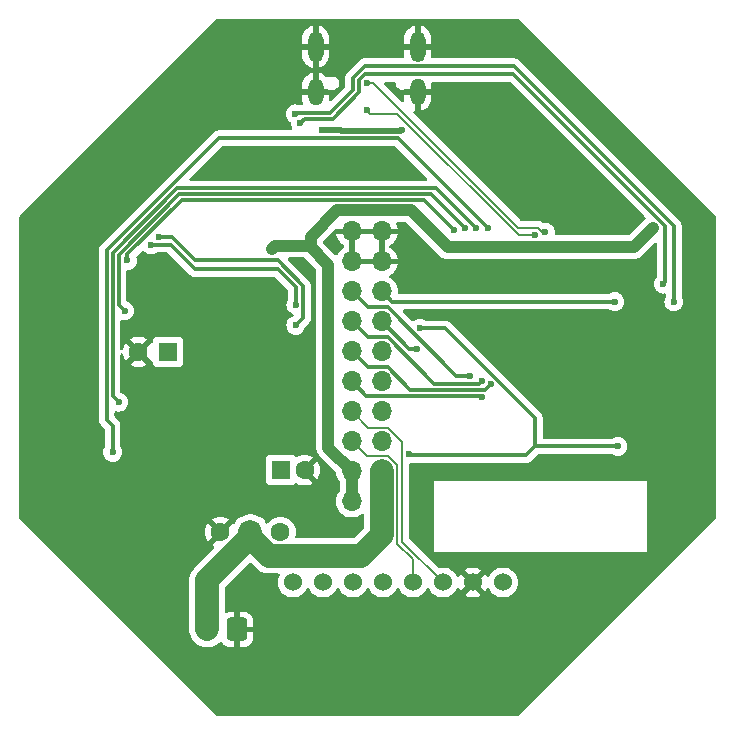
<source format=gbr>
%TF.GenerationSoftware,KiCad,Pcbnew,8.0.1*%
%TF.CreationDate,2024-04-19T02:29:26-07:00*%
%TF.ProjectId,ESP32C3_Upper,45535033-3243-4335-9f55-707065722e6b,rev?*%
%TF.SameCoordinates,Original*%
%TF.FileFunction,Copper,L2,Bot*%
%TF.FilePolarity,Positive*%
%FSLAX46Y46*%
G04 Gerber Fmt 4.6, Leading zero omitted, Abs format (unit mm)*
G04 Created by KiCad (PCBNEW 8.0.1) date 2024-04-19 02:29:26*
%MOMM*%
%LPD*%
G01*
G04 APERTURE LIST*
G04 Aperture macros list*
%AMRoundRect*
0 Rectangle with rounded corners*
0 $1 Rounding radius*
0 $2 $3 $4 $5 $6 $7 $8 $9 X,Y pos of 4 corners*
0 Add a 4 corners polygon primitive as box body*
4,1,4,$2,$3,$4,$5,$6,$7,$8,$9,$2,$3,0*
0 Add four circle primitives for the rounded corners*
1,1,$1+$1,$2,$3*
1,1,$1+$1,$4,$5*
1,1,$1+$1,$6,$7*
1,1,$1+$1,$8,$9*
0 Add four rect primitives between the rounded corners*
20,1,$1+$1,$2,$3,$4,$5,0*
20,1,$1+$1,$4,$5,$6,$7,0*
20,1,$1+$1,$6,$7,$8,$9,0*
20,1,$1+$1,$8,$9,$2,$3,0*%
G04 Aperture macros list end*
%TA.AperFunction,ComponentPad*%
%ADD10C,1.524000*%
%TD*%
%TA.AperFunction,ComponentPad*%
%ADD11R,1.700000X1.700000*%
%TD*%
%TA.AperFunction,ComponentPad*%
%ADD12O,1.700000X1.700000*%
%TD*%
%TA.AperFunction,ComponentPad*%
%ADD13R,1.600000X1.600000*%
%TD*%
%TA.AperFunction,ComponentPad*%
%ADD14C,1.600000*%
%TD*%
%TA.AperFunction,ComponentPad*%
%ADD15O,1.300000X2.300000*%
%TD*%
%TA.AperFunction,ComponentPad*%
%ADD16O,1.300000X2.600000*%
%TD*%
%TA.AperFunction,ComponentPad*%
%ADD17RoundRect,0.250000X0.600000X0.725000X-0.600000X0.725000X-0.600000X-0.725000X0.600000X-0.725000X0*%
%TD*%
%TA.AperFunction,ComponentPad*%
%ADD18O,1.700000X1.950000*%
%TD*%
%TA.AperFunction,ComponentPad*%
%ADD19R,1.500000X1.500000*%
%TD*%
%TA.AperFunction,ViaPad*%
%ADD20C,0.600000*%
%TD*%
%TA.AperFunction,Conductor*%
%ADD21C,1.000000*%
%TD*%
%TA.AperFunction,Conductor*%
%ADD22C,0.300000*%
%TD*%
%TA.AperFunction,Conductor*%
%ADD23C,0.500000*%
%TD*%
%TA.AperFunction,Conductor*%
%ADD24C,2.000000*%
%TD*%
%TA.AperFunction,Conductor*%
%ADD25C,0.200000*%
%TD*%
G04 APERTURE END LIST*
D10*
%TO.P,U4,ADC,ADC*%
%TO.N,unconnected-(U4-PadADC)*%
X151290000Y-118220000D03*
%TO.P,U4,BOOT,BOOT*%
%TO.N,unconnected-(U4-PadBOOT)*%
X146210000Y-118220000D03*
%TO.P,U4,GND,GND*%
%TO.N,GND*%
X158910000Y-118220000D03*
%TO.P,U4,INT,INT*%
%TO.N,unconnected-(U4-PadINT)*%
X148750000Y-118220000D03*
%TO.P,U4,RST,RST*%
%TO.N,unconnected-(U4-PadRST)*%
X143670000Y-118220000D03*
%TO.P,U4,SCL,SCL*%
%TO.N,/SCL*%
X156370000Y-118220000D03*
%TO.P,U4,SDA,SDA*%
%TO.N,/SDA*%
X153830000Y-118220000D03*
%TO.P,U4,VIN,VIN*%
%TO.N,+5V*%
X161450000Y-118220000D03*
%TD*%
D11*
%TO.P,J2,1,Pin_1*%
%TO.N,+12V*%
X151200000Y-111360000D03*
D12*
%TO.P,J2,2,Pin_2*%
%TO.N,+3.3V*%
X148660000Y-111360000D03*
%TO.P,J2,3,Pin_3*%
%TO.N,+12V*%
X151200000Y-108820000D03*
%TO.P,J2,4,Pin_4*%
%TO.N,+3.3V*%
X148660000Y-108820000D03*
%TO.P,J2,5,Pin_5*%
%TO.N,unconnected-(J2-Pin_5-Pad5)*%
X151200000Y-106280000D03*
%TO.P,J2,6,Pin_6*%
%TO.N,/SDA*%
X148660000Y-106280000D03*
%TO.P,J2,7,Pin_7*%
%TO.N,unconnected-(J2-Pin_7-Pad7)*%
X151200000Y-103740000D03*
%TO.P,J2,8,Pin_8*%
%TO.N,/SCL*%
X148660000Y-103740000D03*
%TO.P,J2,9,Pin_9*%
%TO.N,/FPGA3*%
X151200000Y-101200000D03*
%TO.P,J2,10,Pin_10*%
%TO.N,/FPGA9*%
X148660000Y-101200000D03*
%TO.P,J2,11,Pin_11*%
%TO.N,/FPGA2*%
X151200000Y-98660000D03*
%TO.P,J2,12,Pin_12*%
%TO.N,/FPGA8*%
X148660000Y-98660000D03*
%TO.P,J2,13,Pin_13*%
%TO.N,/FPGA1*%
X151200000Y-96120000D03*
%TO.P,J2,14,Pin_14*%
%TO.N,/FPGA7*%
X148660000Y-96120000D03*
%TO.P,J2,15,Pin_15*%
%TO.N,/FPGA0*%
X151200000Y-93580000D03*
%TO.P,J2,16,Pin_16*%
%TO.N,/FPGA6*%
X148660000Y-93580000D03*
%TO.P,J2,17,Pin_17*%
%TO.N,GND*%
X151200000Y-91040000D03*
%TO.P,J2,18,Pin_18*%
X148660000Y-91040000D03*
%TO.P,J2,19,Pin_19*%
X151200000Y-88500000D03*
%TO.P,J2,20,Pin_20*%
X148660000Y-88500000D03*
%TD*%
D13*
%TO.P,C4,1*%
%TO.N,/12V_5V*%
X142660000Y-108700000D03*
D14*
%TO.P,C4,2*%
%TO.N,GND*%
X144660000Y-108700000D03*
%TD*%
D15*
%TO.P,J3,S1,SHIELD*%
%TO.N,GND*%
X154230000Y-76675000D03*
D16*
X154230000Y-72850000D03*
D15*
X145590000Y-76675000D03*
D16*
X145590000Y-72850000D03*
%TD*%
D17*
%TO.P,J1,1,Pin_1*%
%TO.N,GND*%
X138910000Y-122200000D03*
D18*
%TO.P,J1,2,Pin_2*%
%TO.N,+12V*%
X136410000Y-122200000D03*
%TD*%
D19*
%TO.P,SW1,1,A*%
%TO.N,+12V*%
X140070000Y-113950000D03*
D14*
%TO.P,SW1,2,B*%
%TO.N,/12V_5V*%
X142610000Y-113950000D03*
%TO.P,SW1,3,C*%
%TO.N,GND*%
X137530000Y-113950000D03*
%TD*%
D13*
%TO.P,C9,1*%
%TO.N,+5V*%
X133092380Y-98700000D03*
D14*
%TO.P,C9,2*%
%TO.N,GND*%
X130592380Y-98700000D03*
%TD*%
D20*
%TO.N,GND*%
X146410000Y-111200000D03*
X177410000Y-87950000D03*
X176910000Y-97950000D03*
X122910000Y-105950000D03*
X153910000Y-83950000D03*
X132910000Y-96450000D03*
X170660000Y-97450000D03*
X138410000Y-83450000D03*
X141160000Y-97950000D03*
X142660000Y-83200000D03*
X133160000Y-105450000D03*
X144910000Y-91950000D03*
X123410000Y-100200000D03*
X132410000Y-116700000D03*
X123410000Y-93950000D03*
X130410000Y-103450000D03*
X160660000Y-91950000D03*
%TO.N,+3.3V*%
X154410000Y-96700000D03*
X153522880Y-107312880D03*
X174160000Y-88200000D03*
X141910000Y-89950000D03*
X171160000Y-106700000D03*
%TO.N,+5V*%
X146160000Y-79950000D03*
X152910000Y-79950000D03*
X147660000Y-79950000D03*
%TO.N,/FPGA9*%
X159660000Y-102550000D03*
%TO.N,/FPGA7*%
X159640233Y-101180233D03*
%TO.N,/FPGA0*%
X170910000Y-94450000D03*
%TO.N,/FPGA8*%
X160410000Y-101450000D03*
%TO.N,/FPGA1*%
X154160000Y-98450000D03*
%TO.N,/FPGA6*%
X158660000Y-100700000D03*
%TO.N,/USB_DM0*%
X164179578Y-88818107D03*
X149910000Y-78200000D03*
%TO.N,/USB_DP0*%
X165051422Y-88558578D03*
X149910000Y-75950000D03*
%TO.N,/LED00*%
X175922500Y-94450000D03*
X143873402Y-78550000D03*
%TO.N,/LED01*%
X175010000Y-92950000D03*
X144285000Y-79325000D03*
%TO.N,/LED10*%
X143910000Y-96450000D03*
X132310000Y-88975000D03*
%TO.N,/LED11*%
X143910000Y-94700000D03*
X131660000Y-89625000D03*
%TO.N,/BTN00*%
X160160000Y-88200000D03*
X128410000Y-107200000D03*
%TO.N,/BTN01*%
X128910000Y-102950000D03*
X159160000Y-88200000D03*
%TO.N,/BTN10*%
X129410000Y-95200000D03*
X158210003Y-88200000D03*
%TO.N,/BTN11*%
X129660000Y-90950000D03*
X157294312Y-88410842D03*
%TD*%
D21*
%TO.N,+3.3V*%
X148660000Y-108820000D02*
X148660000Y-111360000D01*
D22*
X153522880Y-107312880D02*
X153660000Y-107450000D01*
X163410000Y-107450000D02*
X164160000Y-106700000D01*
D21*
X172541893Y-89818107D02*
X174160000Y-88200000D01*
D22*
X156579239Y-96700000D02*
X164160000Y-104280761D01*
D21*
X146660000Y-91307968D02*
X146660000Y-106820000D01*
X156778107Y-89818107D02*
X172541893Y-89818107D01*
D22*
X164160000Y-106700000D02*
X171160000Y-106700000D01*
D21*
X141910000Y-89950000D02*
X142160000Y-89700000D01*
X153660000Y-86700000D02*
X156778107Y-89818107D01*
D22*
X153660000Y-107450000D02*
X163410000Y-107450000D01*
D21*
X142160000Y-89700000D02*
X145052032Y-89700000D01*
X145160000Y-89807968D02*
X145160000Y-88950000D01*
X145160000Y-88950000D02*
X147410000Y-86700000D01*
X145160000Y-89807968D02*
X146660000Y-91307968D01*
X147410000Y-86700000D02*
X153660000Y-86700000D01*
X145052032Y-89700000D02*
X145160000Y-89807968D01*
D22*
X164160000Y-104280761D02*
X164160000Y-106700000D01*
D21*
X146660000Y-106820000D02*
X148660000Y-108820000D01*
D22*
X154410000Y-96700000D02*
X156579239Y-96700000D01*
D23*
%TO.N,+5V*%
X152860000Y-80000000D02*
X147710000Y-80000000D01*
X147710000Y-80000000D02*
X147660000Y-79950000D01*
X147660000Y-79950000D02*
X146160000Y-79950000D01*
X152910000Y-79950000D02*
X152860000Y-80000000D01*
D24*
%TO.N,+12V*%
X151200000Y-114210000D02*
X149460000Y-115950000D01*
X141660000Y-115950000D02*
X140070000Y-114360000D01*
X149460000Y-115950000D02*
X141660000Y-115950000D01*
X140070000Y-113950000D02*
X140070000Y-114360000D01*
X136410000Y-118020000D02*
X136410000Y-122200000D01*
X140070000Y-114360000D02*
X136410000Y-118020000D01*
X151200000Y-111360000D02*
X151200000Y-114210000D01*
X151200000Y-108820000D02*
X151200000Y-111360000D01*
D22*
%TO.N,/FPGA9*%
X149860000Y-102400000D02*
X148660000Y-101200000D01*
X159660000Y-102550000D02*
X159510000Y-102400000D01*
X159510000Y-102400000D02*
X149860000Y-102400000D01*
D25*
%TO.N,/SCL*%
X151676346Y-105130000D02*
X152910000Y-106363654D01*
X148660000Y-103740000D02*
X150050000Y-105130000D01*
X152910000Y-106363654D02*
X152910000Y-114760000D01*
X150050000Y-105130000D02*
X151676346Y-105130000D01*
X152910000Y-114760000D02*
X156370000Y-118220000D01*
D22*
%TO.N,/FPGA7*%
X159420466Y-101400000D02*
X155637057Y-101400000D01*
X159640233Y-101180233D02*
X159420466Y-101400000D01*
X155637057Y-101400000D02*
X151697057Y-97460000D01*
X150000000Y-97460000D02*
X148660000Y-96120000D01*
X151697057Y-97460000D02*
X150000000Y-97460000D01*
%TO.N,/FPGA0*%
X152070000Y-94450000D02*
X151200000Y-93580000D01*
X170910000Y-94450000D02*
X152070000Y-94450000D01*
%TO.N,/FPGA8*%
X150000000Y-100000000D02*
X148660000Y-98660000D01*
X159960000Y-101900000D02*
X153597057Y-101900000D01*
X151697057Y-100000000D02*
X150000000Y-100000000D01*
X153597057Y-101900000D02*
X151697057Y-100000000D01*
X160410000Y-101450000D02*
X159960000Y-101900000D01*
D25*
%TO.N,/SDA*%
X149900000Y-107520000D02*
X151738478Y-107520000D01*
X153830000Y-116245686D02*
X153830000Y-118220000D01*
X152510000Y-108291522D02*
X152510000Y-114925686D01*
X151738478Y-107520000D02*
X152510000Y-108291522D01*
X152510000Y-114925686D02*
X153830000Y-116245686D01*
X148660000Y-106280000D02*
X149900000Y-107520000D01*
D22*
%TO.N,/FPGA1*%
X154160000Y-98450000D02*
X153530000Y-98450000D01*
X153530000Y-98450000D02*
X151200000Y-96120000D01*
%TO.N,/FPGA6*%
X158660000Y-100700000D02*
X157477057Y-100700000D01*
X150000000Y-94920000D02*
X148660000Y-93580000D01*
X151697057Y-94920000D02*
X150000000Y-94920000D01*
X157477057Y-100700000D02*
X151697057Y-94920000D01*
D25*
%TO.N,/USB_DM0*%
X162778107Y-88818107D02*
X152485000Y-78525000D01*
X164179578Y-88818107D02*
X162778107Y-88818107D01*
X152485000Y-78525000D02*
X150235000Y-78525000D01*
X150235000Y-78525000D02*
X149910000Y-78200000D01*
%TO.N,/USB_DP0*%
X165051422Y-88558578D02*
X164768578Y-88558578D01*
X164428107Y-88218107D02*
X162743793Y-88218107D01*
X164768578Y-88558578D02*
X164428107Y-88218107D01*
X162743793Y-88218107D02*
X150475686Y-75950000D01*
X150475686Y-75950000D02*
X149910000Y-75950000D01*
D22*
%TO.N,/LED00*%
X143973402Y-78450000D02*
X146827894Y-78450000D01*
X143873402Y-78550000D02*
X143973402Y-78450000D01*
X175922500Y-88053312D02*
X175922500Y-94450000D01*
X148760000Y-76517894D02*
X148760000Y-75473655D01*
X146827894Y-78450000D02*
X148760000Y-76517894D01*
X148760000Y-75473655D02*
X149733655Y-74500000D01*
X149733655Y-74500000D02*
X162369188Y-74500000D01*
X162369188Y-74500000D02*
X175922500Y-88053312D01*
%TO.N,/LED01*%
X144660000Y-78950000D02*
X147035000Y-78950000D01*
X149260000Y-75680761D02*
X149765761Y-75175000D01*
X147035000Y-78950000D02*
X149260000Y-76725000D01*
X175160000Y-87997918D02*
X175160000Y-92800000D01*
X144285000Y-79325000D02*
X144660000Y-78950000D01*
X149765761Y-75175000D02*
X162337082Y-75175000D01*
X162337082Y-75175000D02*
X175160000Y-87997918D01*
X175160000Y-92800000D02*
X175010000Y-92950000D01*
X149260000Y-76725000D02*
X149260000Y-75680761D01*
%TO.N,/LED10*%
X142367106Y-90950000D02*
X144560000Y-93142894D01*
X144560000Y-95800000D02*
X143910000Y-96450000D01*
X144560000Y-93142894D02*
X144560000Y-95800000D01*
X133392106Y-88975000D02*
X135367106Y-90950000D01*
X132310000Y-88975000D02*
X133392106Y-88975000D01*
X135367106Y-90950000D02*
X142367106Y-90950000D01*
%TO.N,/LED11*%
X133335000Y-89625000D02*
X135410000Y-91700000D01*
X135410000Y-91700000D02*
X142410000Y-91700000D01*
X143910000Y-93200000D02*
X143910000Y-94700000D01*
X131660000Y-89625000D02*
X133335000Y-89625000D01*
X142410000Y-91700000D02*
X143910000Y-93200000D01*
%TO.N,/BTN00*%
X127910000Y-104450000D02*
X127910000Y-90078682D01*
X152560000Y-80600000D02*
X160160000Y-88200000D01*
X137388682Y-80600000D02*
X152560000Y-80600000D01*
X128410000Y-107200000D02*
X128410000Y-104950000D01*
X128410000Y-104950000D02*
X127910000Y-104450000D01*
X127910000Y-90078682D02*
X137388682Y-80600000D01*
%TO.N,/BTN01*%
X133845788Y-84850000D02*
X155810000Y-84850000D01*
X155810000Y-84850000D02*
X159160000Y-88200000D01*
X128410000Y-90285788D02*
X133845788Y-84850000D01*
X128410000Y-102450000D02*
X128410000Y-90285788D01*
X128910000Y-102950000D02*
X128410000Y-102450000D01*
%TO.N,/BTN10*%
X155360003Y-85350000D02*
X134052894Y-85350000D01*
X134052894Y-85350000D02*
X128910000Y-90492894D01*
X128910000Y-94700000D02*
X129410000Y-95200000D01*
X158210003Y-88200000D02*
X155360003Y-85350000D01*
X128910000Y-90492894D02*
X128910000Y-94700000D01*
%TO.N,/BTN11*%
X134260000Y-85850000D02*
X154733470Y-85850000D01*
X129660000Y-90950000D02*
X129660000Y-90450000D01*
X129660000Y-90450000D02*
X134260000Y-85850000D01*
X154733470Y-85850000D02*
X157294312Y-88410842D01*
%TD*%
%TA.AperFunction,Conductor*%
%TO.N,GND*%
G36*
X150734075Y-90847007D02*
G01*
X150700000Y-90974174D01*
X150700000Y-91105826D01*
X150734075Y-91232993D01*
X150766988Y-91290000D01*
X149093012Y-91290000D01*
X149125925Y-91232993D01*
X149160000Y-91105826D01*
X149160000Y-90974174D01*
X149125925Y-90847007D01*
X149093012Y-90790000D01*
X150766988Y-90790000D01*
X150734075Y-90847007D01*
G37*
%TD.AperFunction*%
%TA.AperFunction,Conductor*%
G36*
X148910000Y-90606988D02*
G01*
X148852993Y-90574075D01*
X148725826Y-90540000D01*
X148594174Y-90540000D01*
X148467007Y-90574075D01*
X148410000Y-90606988D01*
X148410000Y-88933012D01*
X148467007Y-88965925D01*
X148594174Y-89000000D01*
X148725826Y-89000000D01*
X148852993Y-88965925D01*
X148910000Y-88933012D01*
X148910000Y-90606988D01*
G37*
%TD.AperFunction*%
%TA.AperFunction,Conductor*%
G36*
X151450000Y-90606988D02*
G01*
X151392993Y-90574075D01*
X151265826Y-90540000D01*
X151134174Y-90540000D01*
X151007007Y-90574075D01*
X150950000Y-90606988D01*
X150950000Y-88933012D01*
X151007007Y-88965925D01*
X151134174Y-89000000D01*
X151265826Y-89000000D01*
X151392993Y-88965925D01*
X151450000Y-88933012D01*
X151450000Y-90606988D01*
G37*
%TD.AperFunction*%
%TA.AperFunction,Conductor*%
G36*
X148194075Y-88307007D02*
G01*
X148160000Y-88434174D01*
X148160000Y-88565826D01*
X148194075Y-88692993D01*
X148226988Y-88750000D01*
X147329364Y-88750000D01*
X147386567Y-88963486D01*
X147386570Y-88963492D01*
X147486399Y-89177578D01*
X147621894Y-89371082D01*
X147788917Y-89538105D01*
X147975031Y-89668425D01*
X148018656Y-89723003D01*
X148025848Y-89792501D01*
X147994326Y-89854856D01*
X147975031Y-89871575D01*
X147788922Y-90001890D01*
X147788920Y-90001891D01*
X147621891Y-90168920D01*
X147621886Y-90168926D01*
X147486401Y-90362419D01*
X147447701Y-90445410D01*
X147401527Y-90497849D01*
X147334334Y-90517000D01*
X147267453Y-90496783D01*
X147247638Y-90480685D01*
X146233617Y-89466664D01*
X146200132Y-89405341D01*
X146205116Y-89335649D01*
X146233615Y-89291304D01*
X147238603Y-88286317D01*
X147299923Y-88252834D01*
X147326281Y-88250000D01*
X148226988Y-88250000D01*
X148194075Y-88307007D01*
G37*
%TD.AperFunction*%
%TA.AperFunction,Conductor*%
G36*
X162083313Y-75845185D02*
G01*
X162103955Y-75861819D01*
X173505926Y-87263790D01*
X173539411Y-87325113D01*
X173534427Y-87394805D01*
X173505926Y-87439152D01*
X172163792Y-88781288D01*
X172102469Y-88814773D01*
X172076111Y-88817607D01*
X165966558Y-88817607D01*
X165899519Y-88797922D01*
X165853764Y-88745118D01*
X165843338Y-88679724D01*
X165856987Y-88558581D01*
X165856987Y-88558574D01*
X165836791Y-88379328D01*
X165836790Y-88379323D01*
X165813309Y-88312218D01*
X165777211Y-88209056D01*
X165681238Y-88056316D01*
X165553684Y-87928762D01*
X165400945Y-87832789D01*
X165230676Y-87773209D01*
X165230671Y-87773208D01*
X165051426Y-87753013D01*
X165051418Y-87753013D01*
X164895806Y-87770545D01*
X164826984Y-87758490D01*
X164803789Y-87741853D01*
X164803268Y-87742533D01*
X164796825Y-87737589D01*
X164796823Y-87737587D01*
X164665990Y-87662051D01*
X164659892Y-87658530D01*
X164659890Y-87658529D01*
X164659889Y-87658529D01*
X164629933Y-87650502D01*
X164507164Y-87617606D01*
X164349050Y-87617606D01*
X164341454Y-87617606D01*
X164341438Y-87617607D01*
X163043890Y-87617607D01*
X162976851Y-87597922D01*
X162956209Y-87581288D01*
X153887051Y-78512130D01*
X153853566Y-78450807D01*
X153858550Y-78381115D01*
X153900422Y-78325182D01*
X153965886Y-78300765D01*
X153978181Y-78301291D01*
X153980000Y-78299738D01*
X153980000Y-77341988D01*
X153989940Y-77359205D01*
X154045795Y-77415060D01*
X154114204Y-77454556D01*
X154190504Y-77475000D01*
X154269496Y-77475000D01*
X154345796Y-77454556D01*
X154414205Y-77415060D01*
X154470060Y-77359205D01*
X154480000Y-77341988D01*
X154480000Y-78299737D01*
X154499287Y-78296683D01*
X154499300Y-78296680D01*
X154671444Y-78240748D01*
X154671447Y-78240747D01*
X154832734Y-78158565D01*
X154979169Y-78052176D01*
X155107176Y-77924169D01*
X155213565Y-77777734D01*
X155295747Y-77616447D01*
X155295748Y-77616444D01*
X155351682Y-77444293D01*
X155380000Y-77265506D01*
X155380000Y-76925000D01*
X154530000Y-76925000D01*
X154530000Y-76425000D01*
X155380000Y-76425000D01*
X155380000Y-76084494D01*
X155361691Y-75968898D01*
X155370645Y-75899605D01*
X155415641Y-75846153D01*
X155482393Y-75825513D01*
X155484164Y-75825500D01*
X162016274Y-75825500D01*
X162083313Y-75845185D01*
G37*
%TD.AperFunction*%
%TA.AperFunction,Conductor*%
G36*
X150734075Y-88307007D02*
G01*
X150700000Y-88434174D01*
X150700000Y-88565826D01*
X150734075Y-88692993D01*
X150766988Y-88750000D01*
X149093012Y-88750000D01*
X149125925Y-88692993D01*
X149160000Y-88565826D01*
X149160000Y-88434174D01*
X149125925Y-88307007D01*
X149093012Y-88250000D01*
X150766988Y-88250000D01*
X150734075Y-88307007D01*
G37*
%TD.AperFunction*%
%TA.AperFunction,Conductor*%
G36*
X152306231Y-81270185D02*
G01*
X152326873Y-81286819D01*
X155027873Y-83987819D01*
X155061358Y-84049142D01*
X155056374Y-84118834D01*
X155014502Y-84174767D01*
X154949038Y-84199184D01*
X154940192Y-84199500D01*
X135008490Y-84199500D01*
X134941451Y-84179815D01*
X134895696Y-84127011D01*
X134885752Y-84057853D01*
X134914777Y-83994297D01*
X134920809Y-83987819D01*
X137621809Y-81286819D01*
X137683132Y-81253334D01*
X137709490Y-81250500D01*
X152239192Y-81250500D01*
X152306231Y-81270185D01*
G37*
%TD.AperFunction*%
%TA.AperFunction,Conductor*%
G36*
X152302539Y-75845185D02*
G01*
X152348294Y-75897989D01*
X152359500Y-75949500D01*
X152359500Y-76022475D01*
X152397016Y-76162485D01*
X152397017Y-76162488D01*
X152469488Y-76288011D01*
X152469490Y-76288013D01*
X152469491Y-76288015D01*
X152571985Y-76390509D01*
X152571986Y-76390510D01*
X152571988Y-76390511D01*
X152697511Y-76462982D01*
X152697512Y-76462982D01*
X152697515Y-76462984D01*
X152837525Y-76500500D01*
X152837528Y-76500500D01*
X152982472Y-76500500D01*
X152982475Y-76500500D01*
X153122485Y-76462984D01*
X153159501Y-76441612D01*
X153221501Y-76425000D01*
X153930000Y-76425000D01*
X153930000Y-76925000D01*
X153080000Y-76925000D01*
X153080000Y-77265506D01*
X153103023Y-77410869D01*
X153094068Y-77480163D01*
X153049072Y-77533615D01*
X152982320Y-77554254D01*
X152915007Y-77535529D01*
X152892869Y-77517948D01*
X151412102Y-76037181D01*
X151378617Y-75975858D01*
X151383601Y-75906166D01*
X151425473Y-75850233D01*
X151490937Y-75825816D01*
X151499783Y-75825500D01*
X152235500Y-75825500D01*
X152302539Y-75845185D01*
G37*
%TD.AperFunction*%
%TA.AperFunction,Conductor*%
G36*
X162808363Y-70520185D02*
G01*
X162829005Y-70536819D01*
X179463181Y-87170995D01*
X179496666Y-87232318D01*
X179499500Y-87258676D01*
X179499500Y-112741324D01*
X179479815Y-112808363D01*
X179463181Y-112829005D01*
X162829005Y-129463181D01*
X162767682Y-129496666D01*
X162741324Y-129499500D01*
X137258676Y-129499500D01*
X137191637Y-129479815D01*
X137170995Y-129463181D01*
X120536819Y-112829005D01*
X120503334Y-112767682D01*
X120500500Y-112741324D01*
X120500500Y-109547870D01*
X141359500Y-109547870D01*
X141359501Y-109547876D01*
X141365908Y-109607483D01*
X141416202Y-109742328D01*
X141416206Y-109742335D01*
X141502452Y-109857544D01*
X141502455Y-109857547D01*
X141617664Y-109943793D01*
X141617671Y-109943797D01*
X141752517Y-109994091D01*
X141752516Y-109994091D01*
X141759444Y-109994835D01*
X141812127Y-110000500D01*
X143507872Y-110000499D01*
X143567483Y-109994091D01*
X143702331Y-109943796D01*
X143817546Y-109857546D01*
X143824350Y-109848455D01*
X143880280Y-109806584D01*
X143949971Y-109801597D01*
X143994740Y-109821188D01*
X144007512Y-109830130D01*
X144007518Y-109830134D01*
X144213673Y-109926265D01*
X144213682Y-109926269D01*
X144433389Y-109985139D01*
X144433400Y-109985141D01*
X144659998Y-110004966D01*
X144660002Y-110004966D01*
X144886599Y-109985141D01*
X144886610Y-109985139D01*
X145106317Y-109926269D01*
X145106331Y-109926264D01*
X145312478Y-109830136D01*
X145385471Y-109779024D01*
X144706447Y-109100000D01*
X144712661Y-109100000D01*
X144814394Y-109072741D01*
X144905606Y-109020080D01*
X144980080Y-108945606D01*
X145032741Y-108854394D01*
X145060000Y-108752661D01*
X145060000Y-108746447D01*
X145739024Y-109425471D01*
X145790136Y-109352478D01*
X145886264Y-109146331D01*
X145886269Y-109146317D01*
X145945139Y-108926610D01*
X145945141Y-108926599D01*
X145964966Y-108700002D01*
X145964966Y-108699997D01*
X145945141Y-108473400D01*
X145945139Y-108473389D01*
X145886269Y-108253682D01*
X145886264Y-108253668D01*
X145790136Y-108047521D01*
X145790132Y-108047513D01*
X145739025Y-107974526D01*
X145060000Y-108653551D01*
X145060000Y-108647339D01*
X145032741Y-108545606D01*
X144980080Y-108454394D01*
X144905606Y-108379920D01*
X144814394Y-108327259D01*
X144712661Y-108300000D01*
X144706447Y-108300000D01*
X145385472Y-107620974D01*
X145312478Y-107569863D01*
X145106331Y-107473735D01*
X145106317Y-107473730D01*
X144886610Y-107414860D01*
X144886599Y-107414858D01*
X144660002Y-107395034D01*
X144659998Y-107395034D01*
X144433400Y-107414858D01*
X144433389Y-107414860D01*
X144213682Y-107473730D01*
X144213673Y-107473734D01*
X144007512Y-107569868D01*
X144007507Y-107569871D01*
X143994736Y-107578813D01*
X143928529Y-107601138D01*
X143860763Y-107584124D01*
X143824352Y-107551546D01*
X143817546Y-107542454D01*
X143817544Y-107542453D01*
X143817544Y-107542452D01*
X143702335Y-107456206D01*
X143702328Y-107456202D01*
X143567482Y-107405908D01*
X143567483Y-107405908D01*
X143507883Y-107399501D01*
X143507881Y-107399500D01*
X143507873Y-107399500D01*
X143507864Y-107399500D01*
X141812129Y-107399500D01*
X141812123Y-107399501D01*
X141752516Y-107405908D01*
X141617671Y-107456202D01*
X141617664Y-107456206D01*
X141502455Y-107542452D01*
X141502452Y-107542455D01*
X141416206Y-107657664D01*
X141416202Y-107657671D01*
X141365908Y-107792517D01*
X141359501Y-107852116D01*
X141359500Y-107852135D01*
X141359500Y-109547870D01*
X120500500Y-109547870D01*
X120500500Y-104514070D01*
X127259500Y-104514070D01*
X127270710Y-104570422D01*
X127270710Y-104570424D01*
X127284497Y-104639736D01*
X127284499Y-104639744D01*
X127331624Y-104753515D01*
X127333535Y-104758127D01*
X127404723Y-104864669D01*
X127404726Y-104864673D01*
X127404727Y-104864674D01*
X127723181Y-105183127D01*
X127756666Y-105244450D01*
X127759500Y-105270808D01*
X127759500Y-106694931D01*
X127740494Y-106760903D01*
X127684211Y-106850477D01*
X127684209Y-106850481D01*
X127624633Y-107020737D01*
X127624630Y-107020750D01*
X127604435Y-107199996D01*
X127604435Y-107200003D01*
X127624630Y-107379249D01*
X127624631Y-107379254D01*
X127684211Y-107549523D01*
X127780184Y-107702262D01*
X127907738Y-107829816D01*
X128060478Y-107925789D01*
X128230745Y-107985368D01*
X128230750Y-107985369D01*
X128409996Y-108005565D01*
X128410000Y-108005565D01*
X128410004Y-108005565D01*
X128589249Y-107985369D01*
X128589252Y-107985368D01*
X128589255Y-107985368D01*
X128759522Y-107925789D01*
X128912262Y-107829816D01*
X129039816Y-107702262D01*
X129135789Y-107549522D01*
X129195368Y-107379255D01*
X129195369Y-107379249D01*
X129215565Y-107200003D01*
X129215565Y-107199996D01*
X129195369Y-107020750D01*
X129195366Y-107020737D01*
X129135790Y-106850481D01*
X129135789Y-106850478D01*
X129114008Y-106815814D01*
X129079506Y-106760903D01*
X129060500Y-106694931D01*
X129060500Y-104885928D01*
X129035502Y-104760261D01*
X129035501Y-104760260D01*
X129035501Y-104760256D01*
X128986465Y-104641873D01*
X128976283Y-104626635D01*
X128976282Y-104626631D01*
X128976281Y-104626632D01*
X128915277Y-104535331D01*
X128915275Y-104535329D01*
X128915273Y-104535326D01*
X128596819Y-104216872D01*
X128563334Y-104155549D01*
X128560500Y-104129191D01*
X128560500Y-103850557D01*
X128580185Y-103783518D01*
X128632989Y-103737763D01*
X128702147Y-103727819D01*
X128725446Y-103733513D01*
X128730745Y-103735368D01*
X128730752Y-103735368D01*
X128730753Y-103735369D01*
X128909996Y-103755565D01*
X128910000Y-103755565D01*
X128910004Y-103755565D01*
X129089249Y-103735369D01*
X129089252Y-103735368D01*
X129089255Y-103735368D01*
X129259522Y-103675789D01*
X129412262Y-103579816D01*
X129539816Y-103452262D01*
X129635789Y-103299522D01*
X129695368Y-103129255D01*
X129695369Y-103129249D01*
X129715565Y-102950003D01*
X129715565Y-102949996D01*
X129695369Y-102770750D01*
X129695368Y-102770745D01*
X129635788Y-102600476D01*
X129539815Y-102447737D01*
X129412262Y-102320184D01*
X129259523Y-102224211D01*
X129143545Y-102183629D01*
X129086769Y-102142907D01*
X129061022Y-102077954D01*
X129060500Y-102066587D01*
X129060500Y-98944603D01*
X129080185Y-98877564D01*
X129132989Y-98831809D01*
X129202147Y-98821865D01*
X129265703Y-98850890D01*
X129303477Y-98909668D01*
X129306617Y-98923075D01*
X129307239Y-98926607D01*
X129366110Y-99146317D01*
X129366115Y-99146331D01*
X129462243Y-99352478D01*
X129513354Y-99425472D01*
X130192380Y-98746446D01*
X130192380Y-98752661D01*
X130219639Y-98854394D01*
X130272300Y-98945606D01*
X130346774Y-99020080D01*
X130437986Y-99072741D01*
X130539719Y-99100000D01*
X130545933Y-99100000D01*
X129866906Y-99779025D01*
X129939893Y-99830132D01*
X129939901Y-99830136D01*
X130146048Y-99926264D01*
X130146062Y-99926269D01*
X130365769Y-99985139D01*
X130365780Y-99985141D01*
X130592378Y-100004966D01*
X130592382Y-100004966D01*
X130818979Y-99985141D01*
X130818990Y-99985139D01*
X131038697Y-99926269D01*
X131038711Y-99926264D01*
X131244858Y-99830136D01*
X131317851Y-99779024D01*
X130638827Y-99100000D01*
X130645041Y-99100000D01*
X130746774Y-99072741D01*
X130837986Y-99020080D01*
X130912460Y-98945606D01*
X130965121Y-98854394D01*
X130992380Y-98752661D01*
X130992380Y-98746447D01*
X131676577Y-99430644D01*
X131725572Y-99440491D01*
X131775755Y-99489106D01*
X131790429Y-99544632D01*
X131791479Y-99544576D01*
X131791526Y-99544571D01*
X131791526Y-99544573D01*
X131791704Y-99544564D01*
X131791881Y-99547876D01*
X131798288Y-99607483D01*
X131848582Y-99742328D01*
X131848586Y-99742335D01*
X131934832Y-99857544D01*
X131934835Y-99857547D01*
X132050044Y-99943793D01*
X132050051Y-99943797D01*
X132184897Y-99994091D01*
X132184896Y-99994091D01*
X132191824Y-99994835D01*
X132244507Y-100000500D01*
X133940252Y-100000499D01*
X133999863Y-99994091D01*
X134134711Y-99943796D01*
X134249926Y-99857546D01*
X134336176Y-99742331D01*
X134386471Y-99607483D01*
X134392880Y-99547873D01*
X134392879Y-97852128D01*
X134386471Y-97792517D01*
X134336176Y-97657669D01*
X134336175Y-97657668D01*
X134336173Y-97657664D01*
X134249927Y-97542455D01*
X134249924Y-97542452D01*
X134134715Y-97456206D01*
X134134708Y-97456202D01*
X133999862Y-97405908D01*
X133999863Y-97405908D01*
X133940263Y-97399501D01*
X133940261Y-97399500D01*
X133940253Y-97399500D01*
X133940244Y-97399500D01*
X132244509Y-97399500D01*
X132244503Y-97399501D01*
X132184896Y-97405908D01*
X132050051Y-97456202D01*
X132050044Y-97456206D01*
X131934835Y-97542452D01*
X131934832Y-97542455D01*
X131848586Y-97657664D01*
X131848582Y-97657671D01*
X131798288Y-97792517D01*
X131791881Y-97852116D01*
X131791881Y-97852123D01*
X131791702Y-97855452D01*
X131790227Y-97855372D01*
X131772195Y-97916784D01*
X131719391Y-97962539D01*
X131675902Y-97970029D01*
X130992380Y-98653551D01*
X130992380Y-98647339D01*
X130965121Y-98545606D01*
X130912460Y-98454394D01*
X130837986Y-98379920D01*
X130746774Y-98327259D01*
X130645041Y-98300000D01*
X130638828Y-98300000D01*
X131317852Y-97620974D01*
X131244858Y-97569863D01*
X131038711Y-97473735D01*
X131038697Y-97473730D01*
X130818990Y-97414860D01*
X130818979Y-97414858D01*
X130592382Y-97395034D01*
X130592378Y-97395034D01*
X130365780Y-97414858D01*
X130365769Y-97414860D01*
X130146062Y-97473730D01*
X130146053Y-97473734D01*
X129939896Y-97569866D01*
X129939892Y-97569868D01*
X129866906Y-97620973D01*
X129866906Y-97620974D01*
X130545933Y-98300000D01*
X130539719Y-98300000D01*
X130437986Y-98327259D01*
X130346774Y-98379920D01*
X130272300Y-98454394D01*
X130219639Y-98545606D01*
X130192380Y-98647339D01*
X130192380Y-98653552D01*
X129513354Y-97974526D01*
X129513353Y-97974526D01*
X129462248Y-98047512D01*
X129462246Y-98047516D01*
X129366114Y-98253673D01*
X129366110Y-98253682D01*
X129307238Y-98473399D01*
X129306616Y-98476927D01*
X129305912Y-98478347D01*
X129305838Y-98478624D01*
X129305782Y-98478609D01*
X129275591Y-98539530D01*
X129215644Y-98575421D01*
X129145810Y-98573205D01*
X129088259Y-98533586D01*
X129061264Y-98469142D01*
X129060500Y-98455396D01*
X129060500Y-96100557D01*
X129080185Y-96033518D01*
X129132989Y-95987763D01*
X129202147Y-95977819D01*
X129225446Y-95983513D01*
X129230745Y-95985368D01*
X129230752Y-95985368D01*
X129230753Y-95985369D01*
X129409996Y-96005565D01*
X129410000Y-96005565D01*
X129410004Y-96005565D01*
X129589249Y-95985369D01*
X129589252Y-95985368D01*
X129589255Y-95985368D01*
X129759522Y-95925789D01*
X129912262Y-95829816D01*
X130039816Y-95702262D01*
X130135789Y-95549522D01*
X130195368Y-95379255D01*
X130195369Y-95379249D01*
X130215565Y-95200003D01*
X130215565Y-95199996D01*
X130195369Y-95020750D01*
X130195368Y-95020745D01*
X130169201Y-94945965D01*
X130135789Y-94850478D01*
X130039816Y-94697738D01*
X129912262Y-94570184D01*
X129759523Y-94474211D01*
X129643545Y-94433629D01*
X129586769Y-94392907D01*
X129561022Y-94327954D01*
X129560500Y-94316587D01*
X129560500Y-91877589D01*
X129580185Y-91810550D01*
X129632989Y-91764795D01*
X129670617Y-91754369D01*
X129839249Y-91735369D01*
X129839252Y-91735368D01*
X129839255Y-91735368D01*
X130009522Y-91675789D01*
X130162262Y-91579816D01*
X130289816Y-91452262D01*
X130385789Y-91299522D01*
X130445368Y-91129255D01*
X130448008Y-91105826D01*
X130465565Y-90950003D01*
X130465565Y-90949996D01*
X130445369Y-90770750D01*
X130445368Y-90770745D01*
X130422844Y-90706375D01*
X130419283Y-90636596D01*
X130452203Y-90577741D01*
X130878754Y-90151190D01*
X130940075Y-90117707D01*
X131009767Y-90122691D01*
X131054114Y-90151192D01*
X131157738Y-90254816D01*
X131310478Y-90350789D01*
X131377743Y-90374326D01*
X131480745Y-90410368D01*
X131480750Y-90410369D01*
X131659996Y-90430565D01*
X131660000Y-90430565D01*
X131660004Y-90430565D01*
X131839249Y-90410369D01*
X131839251Y-90410368D01*
X131839255Y-90410368D01*
X131839258Y-90410366D01*
X131839262Y-90410366D01*
X131942257Y-90374326D01*
X132009522Y-90350789D01*
X132099096Y-90294505D01*
X132165068Y-90275500D01*
X133014192Y-90275500D01*
X133081231Y-90295185D01*
X133101873Y-90311819D01*
X134007566Y-91217511D01*
X134904724Y-92114669D01*
X134995331Y-92205276D01*
X134995332Y-92205277D01*
X135101866Y-92276461D01*
X135101872Y-92276464D01*
X135101873Y-92276465D01*
X135220256Y-92325501D01*
X135220260Y-92325501D01*
X135220261Y-92325502D01*
X135345928Y-92350500D01*
X135345931Y-92350500D01*
X142089192Y-92350500D01*
X142156231Y-92370185D01*
X142176873Y-92386819D01*
X143223181Y-93433127D01*
X143256666Y-93494450D01*
X143259500Y-93520808D01*
X143259500Y-94194931D01*
X143240494Y-94260903D01*
X143184211Y-94350477D01*
X143184209Y-94350481D01*
X143124633Y-94520737D01*
X143124630Y-94520750D01*
X143104435Y-94699996D01*
X143104435Y-94700003D01*
X143124630Y-94879249D01*
X143124631Y-94879254D01*
X143184211Y-95049523D01*
X143266928Y-95181166D01*
X143280184Y-95202262D01*
X143407738Y-95329816D01*
X143560478Y-95425789D01*
X143652412Y-95457958D01*
X143709188Y-95498680D01*
X143734935Y-95563633D01*
X143721479Y-95632194D01*
X143673092Y-95682597D01*
X143652412Y-95692042D01*
X143560476Y-95724211D01*
X143407737Y-95820184D01*
X143280184Y-95947737D01*
X143184211Y-96100476D01*
X143124631Y-96270745D01*
X143124630Y-96270750D01*
X143104435Y-96449996D01*
X143104435Y-96450003D01*
X143124630Y-96629249D01*
X143124631Y-96629254D01*
X143184211Y-96799523D01*
X143280184Y-96952262D01*
X143407738Y-97079816D01*
X143560478Y-97175789D01*
X143730745Y-97235368D01*
X143730750Y-97235369D01*
X143909996Y-97255565D01*
X143910000Y-97255565D01*
X143910004Y-97255565D01*
X144089249Y-97235369D01*
X144089252Y-97235368D01*
X144089255Y-97235368D01*
X144259522Y-97175789D01*
X144412262Y-97079816D01*
X144539816Y-96952262D01*
X144635789Y-96799522D01*
X144695368Y-96629255D01*
X144696182Y-96622025D01*
X144723245Y-96557611D01*
X144731702Y-96548242D01*
X145065277Y-96214669D01*
X145136465Y-96108127D01*
X145150394Y-96074499D01*
X145185501Y-95989744D01*
X145193857Y-95947737D01*
X145210500Y-95864071D01*
X145210500Y-93078822D01*
X145185502Y-92953155D01*
X145185501Y-92953154D01*
X145185501Y-92953150D01*
X145136465Y-92834767D01*
X145103433Y-92785331D01*
X145103433Y-92785330D01*
X145065277Y-92728225D01*
X145065271Y-92728218D01*
X143249233Y-90912181D01*
X143215748Y-90850858D01*
X143220732Y-90781166D01*
X143262604Y-90725233D01*
X143328068Y-90700816D01*
X143336914Y-90700500D01*
X144586250Y-90700500D01*
X144653289Y-90720185D01*
X144673931Y-90736819D01*
X145623181Y-91686069D01*
X145656666Y-91747392D01*
X145659500Y-91773750D01*
X145659500Y-106918544D01*
X145697947Y-107111828D01*
X145697950Y-107111840D01*
X145710390Y-107141872D01*
X145710391Y-107141874D01*
X145773364Y-107293907D01*
X145773371Y-107293920D01*
X145882860Y-107457781D01*
X145882863Y-107457785D01*
X146026537Y-107601459D01*
X146026559Y-107601479D01*
X147278108Y-108853028D01*
X147311593Y-108914351D01*
X147313955Y-108929900D01*
X147324936Y-109055403D01*
X147324938Y-109055413D01*
X147386094Y-109283655D01*
X147386096Y-109283659D01*
X147386097Y-109283663D01*
X147485965Y-109497830D01*
X147485967Y-109497834D01*
X147621501Y-109691395D01*
X147621506Y-109691402D01*
X147623181Y-109693077D01*
X147623682Y-109693995D01*
X147624982Y-109695544D01*
X147624670Y-109695805D01*
X147656666Y-109754400D01*
X147659500Y-109780758D01*
X147659500Y-110399241D01*
X147639815Y-110466280D01*
X147623181Y-110486922D01*
X147621505Y-110488597D01*
X147485965Y-110682169D01*
X147485964Y-110682171D01*
X147386098Y-110896335D01*
X147386094Y-110896344D01*
X147324938Y-111124586D01*
X147324936Y-111124596D01*
X147304341Y-111359999D01*
X147304341Y-111360000D01*
X147324936Y-111595403D01*
X147324938Y-111595413D01*
X147386094Y-111823655D01*
X147386096Y-111823659D01*
X147386097Y-111823663D01*
X147485965Y-112037830D01*
X147485967Y-112037834D01*
X147594281Y-112192521D01*
X147621505Y-112231401D01*
X147788599Y-112398495D01*
X147861442Y-112449500D01*
X147982165Y-112534032D01*
X147982167Y-112534033D01*
X147982170Y-112534035D01*
X148196337Y-112633903D01*
X148424592Y-112695063D01*
X148612918Y-112711539D01*
X148659999Y-112715659D01*
X148660000Y-112715659D01*
X148660001Y-112715659D01*
X148699234Y-112712226D01*
X148895408Y-112695063D01*
X149123663Y-112633903D01*
X149337830Y-112534035D01*
X149504379Y-112417415D01*
X149570582Y-112395090D01*
X149638350Y-112412100D01*
X149686163Y-112463048D01*
X149699500Y-112518992D01*
X149699500Y-113537110D01*
X149679815Y-113604149D01*
X149663181Y-113624791D01*
X148874792Y-114413181D01*
X148813469Y-114446666D01*
X148787111Y-114449500D01*
X143984137Y-114449500D01*
X143917098Y-114429815D01*
X143871343Y-114377011D01*
X143861399Y-114307853D01*
X143864362Y-114293407D01*
X143890567Y-114195606D01*
X143895635Y-114176692D01*
X143915468Y-113950000D01*
X143895635Y-113723308D01*
X143836739Y-113503504D01*
X143740568Y-113297266D01*
X143610047Y-113110861D01*
X143610045Y-113110858D01*
X143449141Y-112949954D01*
X143262734Y-112819432D01*
X143262732Y-112819431D01*
X143056497Y-112723261D01*
X143056488Y-112723258D01*
X142836697Y-112664366D01*
X142836693Y-112664365D01*
X142836692Y-112664365D01*
X142836691Y-112664364D01*
X142836686Y-112664364D01*
X142610002Y-112644532D01*
X142609998Y-112644532D01*
X142383313Y-112664364D01*
X142383302Y-112664366D01*
X142163511Y-112723258D01*
X142163502Y-112723261D01*
X141957267Y-112819431D01*
X141957265Y-112819432D01*
X141770858Y-112949954D01*
X141609956Y-113110856D01*
X141564249Y-113176133D01*
X141509672Y-113219758D01*
X141440173Y-113226950D01*
X141377819Y-113195428D01*
X141356659Y-113167246D01*
X141355888Y-113167719D01*
X141353345Y-113163570D01*
X141334687Y-113137890D01*
X141317146Y-113099657D01*
X141316802Y-113099786D01*
X141315048Y-113095083D01*
X141314323Y-113093503D01*
X141314092Y-113092529D01*
X141314091Y-113092517D01*
X141276369Y-112991381D01*
X141263797Y-112957671D01*
X141263793Y-112957664D01*
X141177547Y-112842455D01*
X141177544Y-112842452D01*
X141062335Y-112756206D01*
X141062326Y-112756201D01*
X140927479Y-112705907D01*
X140926466Y-112705668D01*
X140924856Y-112704929D01*
X140920217Y-112703199D01*
X140920344Y-112702858D01*
X140882112Y-112685313D01*
X140856436Y-112666659D01*
X140856435Y-112666658D01*
X140856433Y-112666657D01*
X140790715Y-112633172D01*
X140645996Y-112559433D01*
X140421368Y-112486446D01*
X140188097Y-112449500D01*
X140188092Y-112449500D01*
X139951908Y-112449500D01*
X139951903Y-112449500D01*
X139718631Y-112486446D01*
X139494003Y-112559433D01*
X139283568Y-112666656D01*
X139283561Y-112666660D01*
X139257883Y-112685316D01*
X139219657Y-112702854D01*
X139219785Y-112703198D01*
X139215104Y-112704943D01*
X139213515Y-112705673D01*
X139212516Y-112705908D01*
X139077671Y-112756202D01*
X139077664Y-112756206D01*
X138962455Y-112842452D01*
X138962452Y-112842455D01*
X138876206Y-112957664D01*
X138876201Y-112957673D01*
X138825906Y-113092522D01*
X138825667Y-113093537D01*
X138824927Y-113095147D01*
X138823199Y-113099783D01*
X138822858Y-113099656D01*
X138805316Y-113137884D01*
X138786655Y-113163570D01*
X138784109Y-113167725D01*
X138782889Y-113166977D01*
X138739298Y-113213098D01*
X138671471Y-113229868D01*
X138666022Y-113229512D01*
X138609025Y-113224526D01*
X137930000Y-113903552D01*
X137930000Y-113897339D01*
X137902741Y-113795606D01*
X137850080Y-113704394D01*
X137775606Y-113629920D01*
X137684394Y-113577259D01*
X137582661Y-113550000D01*
X137576448Y-113550000D01*
X138255472Y-112870974D01*
X138182478Y-112819863D01*
X137976331Y-112723735D01*
X137976317Y-112723730D01*
X137756610Y-112664860D01*
X137756599Y-112664858D01*
X137530002Y-112645034D01*
X137529998Y-112645034D01*
X137303400Y-112664858D01*
X137303389Y-112664860D01*
X137083682Y-112723730D01*
X137083673Y-112723734D01*
X136877516Y-112819866D01*
X136877512Y-112819868D01*
X136804526Y-112870973D01*
X136804526Y-112870974D01*
X137483553Y-113550000D01*
X137477339Y-113550000D01*
X137375606Y-113577259D01*
X137284394Y-113629920D01*
X137209920Y-113704394D01*
X137157259Y-113795606D01*
X137130000Y-113897339D01*
X137130000Y-113903552D01*
X136450974Y-113224526D01*
X136450973Y-113224526D01*
X136399868Y-113297512D01*
X136399866Y-113297516D01*
X136303734Y-113503673D01*
X136303730Y-113503682D01*
X136244860Y-113723389D01*
X136244858Y-113723400D01*
X136225034Y-113949997D01*
X136225034Y-113950002D01*
X136244858Y-114176599D01*
X136244860Y-114176610D01*
X136303730Y-114396317D01*
X136303735Y-114396331D01*
X136399863Y-114602478D01*
X136450974Y-114675472D01*
X137130000Y-113996446D01*
X137130000Y-114002661D01*
X137157259Y-114104394D01*
X137209920Y-114195606D01*
X137284394Y-114270080D01*
X137375606Y-114322741D01*
X137477339Y-114350000D01*
X137483553Y-114350000D01*
X136804526Y-115029025D01*
X136877513Y-115080132D01*
X136877521Y-115080136D01*
X136955930Y-115116699D01*
X137008370Y-115162871D01*
X137027522Y-115230064D01*
X137007306Y-115296946D01*
X136991207Y-115316762D01*
X135265485Y-117042487D01*
X135265484Y-117042488D01*
X135126657Y-117233565D01*
X135073191Y-117338500D01*
X135019433Y-117444003D01*
X134946446Y-117668631D01*
X134909500Y-117901902D01*
X134909500Y-122318097D01*
X134946446Y-122551368D01*
X135019433Y-122775996D01*
X135120818Y-122974973D01*
X135126657Y-122986433D01*
X135265483Y-123177510D01*
X135432490Y-123344517D01*
X135623567Y-123483343D01*
X135690241Y-123517315D01*
X135834003Y-123590566D01*
X135834005Y-123590566D01*
X135834008Y-123590568D01*
X135954412Y-123629689D01*
X136058631Y-123663553D01*
X136291903Y-123700500D01*
X136291908Y-123700500D01*
X136528097Y-123700500D01*
X136761368Y-123663553D01*
X136985992Y-123590568D01*
X137196433Y-123483343D01*
X137387510Y-123344517D01*
X137462207Y-123269819D01*
X137523526Y-123236337D01*
X137593218Y-123241321D01*
X137649152Y-123283192D01*
X137655423Y-123292406D01*
X137717680Y-123393340D01*
X137717683Y-123393344D01*
X137841654Y-123517315D01*
X137990875Y-123609356D01*
X137990880Y-123609358D01*
X138157302Y-123664505D01*
X138157309Y-123664506D01*
X138260019Y-123674999D01*
X138659999Y-123674999D01*
X138660000Y-123674998D01*
X138660000Y-122604145D01*
X138726657Y-122642630D01*
X138847465Y-122675000D01*
X138972535Y-122675000D01*
X139093343Y-122642630D01*
X139160000Y-122604145D01*
X139160000Y-123674999D01*
X139559972Y-123674999D01*
X139559986Y-123674998D01*
X139662697Y-123664505D01*
X139829119Y-123609358D01*
X139829124Y-123609356D01*
X139978345Y-123517315D01*
X140102315Y-123393345D01*
X140194356Y-123244124D01*
X140194358Y-123244119D01*
X140249505Y-123077697D01*
X140249506Y-123077690D01*
X140259999Y-122974986D01*
X140260000Y-122974973D01*
X140260000Y-122450000D01*
X139314146Y-122450000D01*
X139352630Y-122383343D01*
X139385000Y-122262535D01*
X139385000Y-122137465D01*
X139352630Y-122016657D01*
X139314146Y-121950000D01*
X140259999Y-121950000D01*
X140259999Y-121425028D01*
X140259998Y-121425013D01*
X140249505Y-121322302D01*
X140194358Y-121155880D01*
X140194356Y-121155875D01*
X140102315Y-121006654D01*
X139978345Y-120882684D01*
X139829124Y-120790643D01*
X139829119Y-120790641D01*
X139662697Y-120735494D01*
X139662690Y-120735493D01*
X139559986Y-120725000D01*
X139160000Y-120725000D01*
X139160000Y-121795854D01*
X139093343Y-121757370D01*
X138972535Y-121725000D01*
X138847465Y-121725000D01*
X138726657Y-121757370D01*
X138660000Y-121795854D01*
X138660000Y-120725000D01*
X138260028Y-120725000D01*
X138260012Y-120725001D01*
X138157302Y-120735494D01*
X138073504Y-120763262D01*
X138003675Y-120765664D01*
X137943633Y-120729932D01*
X137912441Y-120667411D01*
X137910500Y-120645556D01*
X137910500Y-118692889D01*
X137930185Y-118625850D01*
X137946819Y-118605208D01*
X138959880Y-117592147D01*
X139982320Y-116569706D01*
X140043641Y-116536223D01*
X140113333Y-116541207D01*
X140157680Y-116569708D01*
X140682491Y-117094519D01*
X140682496Y-117094523D01*
X140783986Y-117168259D01*
X140873567Y-117233343D01*
X141007659Y-117301666D01*
X141084003Y-117340566D01*
X141084005Y-117340566D01*
X141084008Y-117340568D01*
X141204412Y-117379689D01*
X141308631Y-117413553D01*
X141541903Y-117450500D01*
X141541908Y-117450500D01*
X141541909Y-117450500D01*
X141778092Y-117450500D01*
X142441168Y-117450500D01*
X142508207Y-117470185D01*
X142553962Y-117522989D01*
X142563906Y-117592147D01*
X142553550Y-117626903D01*
X142487653Y-117768221D01*
X142479107Y-117786548D01*
X142479104Y-117786554D01*
X142421930Y-117999929D01*
X142421929Y-117999937D01*
X142402677Y-118219997D01*
X142402677Y-118220002D01*
X142421929Y-118440062D01*
X142421930Y-118440070D01*
X142479104Y-118653445D01*
X142479105Y-118653447D01*
X142479106Y-118653450D01*
X142497497Y-118692889D01*
X142572466Y-118853662D01*
X142572468Y-118853666D01*
X142699170Y-119034615D01*
X142699175Y-119034621D01*
X142855378Y-119190824D01*
X142855384Y-119190829D01*
X143036333Y-119317531D01*
X143036335Y-119317532D01*
X143036338Y-119317534D01*
X143236550Y-119410894D01*
X143449932Y-119468070D01*
X143607123Y-119481822D01*
X143669998Y-119487323D01*
X143670000Y-119487323D01*
X143670002Y-119487323D01*
X143725017Y-119482509D01*
X143890068Y-119468070D01*
X144103450Y-119410894D01*
X144303662Y-119317534D01*
X144484620Y-119190826D01*
X144640826Y-119034620D01*
X144767534Y-118853662D01*
X144827618Y-118724811D01*
X144873790Y-118672371D01*
X144940983Y-118653219D01*
X145007865Y-118673435D01*
X145052382Y-118724811D01*
X145112464Y-118853658D01*
X145112468Y-118853666D01*
X145239170Y-119034615D01*
X145239175Y-119034621D01*
X145395378Y-119190824D01*
X145395384Y-119190829D01*
X145576333Y-119317531D01*
X145576335Y-119317532D01*
X145576338Y-119317534D01*
X145776550Y-119410894D01*
X145989932Y-119468070D01*
X146147123Y-119481822D01*
X146209998Y-119487323D01*
X146210000Y-119487323D01*
X146210002Y-119487323D01*
X146265017Y-119482509D01*
X146430068Y-119468070D01*
X146643450Y-119410894D01*
X146843662Y-119317534D01*
X147024620Y-119190826D01*
X147180826Y-119034620D01*
X147307534Y-118853662D01*
X147367618Y-118724811D01*
X147413790Y-118672371D01*
X147480983Y-118653219D01*
X147547865Y-118673435D01*
X147592382Y-118724811D01*
X147652464Y-118853658D01*
X147652468Y-118853666D01*
X147779170Y-119034615D01*
X147779175Y-119034621D01*
X147935378Y-119190824D01*
X147935384Y-119190829D01*
X148116333Y-119317531D01*
X148116335Y-119317532D01*
X148116338Y-119317534D01*
X148316550Y-119410894D01*
X148529932Y-119468070D01*
X148687123Y-119481822D01*
X148749998Y-119487323D01*
X148750000Y-119487323D01*
X148750002Y-119487323D01*
X148805017Y-119482509D01*
X148970068Y-119468070D01*
X149183450Y-119410894D01*
X149383662Y-119317534D01*
X149564620Y-119190826D01*
X149720826Y-119034620D01*
X149847534Y-118853662D01*
X149907618Y-118724811D01*
X149953790Y-118672371D01*
X150020983Y-118653219D01*
X150087865Y-118673435D01*
X150132382Y-118724811D01*
X150192464Y-118853658D01*
X150192468Y-118853666D01*
X150319170Y-119034615D01*
X150319175Y-119034621D01*
X150475378Y-119190824D01*
X150475384Y-119190829D01*
X150656333Y-119317531D01*
X150656335Y-119317532D01*
X150656338Y-119317534D01*
X150856550Y-119410894D01*
X151069932Y-119468070D01*
X151227123Y-119481822D01*
X151289998Y-119487323D01*
X151290000Y-119487323D01*
X151290002Y-119487323D01*
X151345017Y-119482509D01*
X151510068Y-119468070D01*
X151723450Y-119410894D01*
X151923662Y-119317534D01*
X152104620Y-119190826D01*
X152260826Y-119034620D01*
X152387534Y-118853662D01*
X152447618Y-118724811D01*
X152493790Y-118672371D01*
X152560983Y-118653219D01*
X152627865Y-118673435D01*
X152672382Y-118724811D01*
X152732464Y-118853658D01*
X152732468Y-118853666D01*
X152859170Y-119034615D01*
X152859175Y-119034621D01*
X153015378Y-119190824D01*
X153015384Y-119190829D01*
X153196333Y-119317531D01*
X153196335Y-119317532D01*
X153196338Y-119317534D01*
X153396550Y-119410894D01*
X153609932Y-119468070D01*
X153767123Y-119481822D01*
X153829998Y-119487323D01*
X153830000Y-119487323D01*
X153830002Y-119487323D01*
X153885017Y-119482509D01*
X154050068Y-119468070D01*
X154263450Y-119410894D01*
X154463662Y-119317534D01*
X154644620Y-119190826D01*
X154800826Y-119034620D01*
X154927534Y-118853662D01*
X154987618Y-118724811D01*
X155033790Y-118672371D01*
X155100983Y-118653219D01*
X155167865Y-118673435D01*
X155212382Y-118724811D01*
X155272464Y-118853658D01*
X155272468Y-118853666D01*
X155399170Y-119034615D01*
X155399175Y-119034621D01*
X155555378Y-119190824D01*
X155555384Y-119190829D01*
X155736333Y-119317531D01*
X155736335Y-119317532D01*
X155736338Y-119317534D01*
X155936550Y-119410894D01*
X156149932Y-119468070D01*
X156307123Y-119481822D01*
X156369998Y-119487323D01*
X156370000Y-119487323D01*
X156370002Y-119487323D01*
X156425017Y-119482509D01*
X156590068Y-119468070D01*
X156803450Y-119410894D01*
X157003662Y-119317534D01*
X157184620Y-119190826D01*
X157340826Y-119034620D01*
X157467534Y-118853662D01*
X157527894Y-118724218D01*
X157574066Y-118671779D01*
X157641259Y-118652627D01*
X157708141Y-118672843D01*
X157752658Y-118724219D01*
X157812898Y-118853405D01*
X157812901Y-118853411D01*
X157858258Y-118918187D01*
X157858259Y-118918188D01*
X158529000Y-118247447D01*
X158529000Y-118270160D01*
X158554964Y-118367061D01*
X158605124Y-118453940D01*
X158676060Y-118524876D01*
X158762939Y-118575036D01*
X158859840Y-118601000D01*
X158882553Y-118601000D01*
X158211810Y-119271740D01*
X158276590Y-119317099D01*
X158276592Y-119317100D01*
X158476715Y-119410419D01*
X158476729Y-119410424D01*
X158690013Y-119467573D01*
X158690023Y-119467575D01*
X158909999Y-119486821D01*
X158910001Y-119486821D01*
X159129976Y-119467575D01*
X159129986Y-119467573D01*
X159343270Y-119410424D01*
X159343284Y-119410419D01*
X159543407Y-119317100D01*
X159543417Y-119317094D01*
X159608188Y-119271741D01*
X158937448Y-118601000D01*
X158960160Y-118601000D01*
X159057061Y-118575036D01*
X159143940Y-118524876D01*
X159214876Y-118453940D01*
X159265036Y-118367061D01*
X159291000Y-118270160D01*
X159291000Y-118247447D01*
X159961741Y-118918188D01*
X160007094Y-118853417D01*
X160007095Y-118853416D01*
X160067340Y-118724219D01*
X160113512Y-118671780D01*
X160180706Y-118652627D01*
X160247587Y-118672842D01*
X160292105Y-118724218D01*
X160352466Y-118853662D01*
X160352468Y-118853666D01*
X160479170Y-119034615D01*
X160479175Y-119034621D01*
X160635378Y-119190824D01*
X160635384Y-119190829D01*
X160816333Y-119317531D01*
X160816335Y-119317532D01*
X160816338Y-119317534D01*
X161016550Y-119410894D01*
X161229932Y-119468070D01*
X161387123Y-119481822D01*
X161449998Y-119487323D01*
X161450000Y-119487323D01*
X161450002Y-119487323D01*
X161505017Y-119482509D01*
X161670068Y-119468070D01*
X161883450Y-119410894D01*
X162083662Y-119317534D01*
X162264620Y-119190826D01*
X162420826Y-119034620D01*
X162547534Y-118853662D01*
X162640894Y-118653450D01*
X162698070Y-118440068D01*
X162717323Y-118220000D01*
X162698070Y-117999932D01*
X162640894Y-117786550D01*
X162547534Y-117586339D01*
X162452419Y-117450500D01*
X162420827Y-117405381D01*
X162353946Y-117338500D01*
X162264620Y-117249174D01*
X162264616Y-117249171D01*
X162264615Y-117249170D01*
X162083666Y-117122468D01*
X162083662Y-117122466D01*
X162039202Y-117101734D01*
X161883450Y-117029106D01*
X161883447Y-117029105D01*
X161883445Y-117029104D01*
X161670070Y-116971930D01*
X161670062Y-116971929D01*
X161450002Y-116952677D01*
X161449998Y-116952677D01*
X161229937Y-116971929D01*
X161229929Y-116971930D01*
X161016554Y-117029104D01*
X161016548Y-117029107D01*
X160816340Y-117122465D01*
X160816338Y-117122466D01*
X160635377Y-117249175D01*
X160479175Y-117405377D01*
X160352467Y-117586337D01*
X160292105Y-117715782D01*
X160245932Y-117768221D01*
X160178738Y-117787372D01*
X160111857Y-117767156D01*
X160067341Y-117715780D01*
X160007098Y-117586589D01*
X160007097Y-117586587D01*
X159961741Y-117521811D01*
X159961740Y-117521810D01*
X159291000Y-118192551D01*
X159291000Y-118169840D01*
X159265036Y-118072939D01*
X159214876Y-117986060D01*
X159143940Y-117915124D01*
X159057061Y-117864964D01*
X158960160Y-117839000D01*
X158937448Y-117839000D01*
X159608188Y-117168259D01*
X159608187Y-117168258D01*
X159543411Y-117122901D01*
X159543405Y-117122898D01*
X159343284Y-117029580D01*
X159343270Y-117029575D01*
X159129986Y-116972426D01*
X159129976Y-116972424D01*
X158910001Y-116953179D01*
X158909999Y-116953179D01*
X158690023Y-116972424D01*
X158690013Y-116972426D01*
X158476729Y-117029575D01*
X158476720Y-117029579D01*
X158276590Y-117122901D01*
X158211811Y-117168258D01*
X158882553Y-117839000D01*
X158859840Y-117839000D01*
X158762939Y-117864964D01*
X158676060Y-117915124D01*
X158605124Y-117986060D01*
X158554964Y-118072939D01*
X158529000Y-118169840D01*
X158529000Y-118192553D01*
X157858258Y-117521811D01*
X157812901Y-117586590D01*
X157752658Y-117715781D01*
X157706485Y-117768220D01*
X157639292Y-117787372D01*
X157572411Y-117767156D01*
X157527894Y-117715781D01*
X157467651Y-117586590D01*
X157467534Y-117586339D01*
X157372419Y-117450500D01*
X157340827Y-117405381D01*
X157273946Y-117338500D01*
X157184620Y-117249174D01*
X157184616Y-117249171D01*
X157184615Y-117249170D01*
X157003666Y-117122468D01*
X157003662Y-117122466D01*
X156959202Y-117101734D01*
X156803450Y-117029106D01*
X156803447Y-117029105D01*
X156803445Y-117029104D01*
X156590070Y-116971930D01*
X156590062Y-116971929D01*
X156370002Y-116952677D01*
X156369998Y-116952677D01*
X156149937Y-116971929D01*
X156149923Y-116971932D01*
X156078092Y-116991178D01*
X156008242Y-116989514D01*
X155958319Y-116959084D01*
X153546819Y-114547584D01*
X153513334Y-114486261D01*
X153510500Y-114459903D01*
X153510500Y-109660000D01*
X155655000Y-109660000D01*
X155655000Y-115660000D01*
X173655000Y-115660000D01*
X173655000Y-109660000D01*
X155655000Y-109660000D01*
X153510500Y-109660000D01*
X153510500Y-108230652D01*
X153530185Y-108163613D01*
X153582989Y-108117858D01*
X153620607Y-108107433D01*
X153675242Y-108101278D01*
X153689108Y-108100500D01*
X163474071Y-108100500D01*
X163558615Y-108083682D01*
X163599744Y-108075501D01*
X163718127Y-108026465D01*
X163824669Y-107955277D01*
X164393126Y-107386818D01*
X164454449Y-107353334D01*
X164480807Y-107350500D01*
X170654932Y-107350500D01*
X170720904Y-107369506D01*
X170810477Y-107425789D01*
X170810481Y-107425790D01*
X170980737Y-107485366D01*
X170980743Y-107485367D01*
X170980745Y-107485368D01*
X170980746Y-107485368D01*
X170980750Y-107485369D01*
X171159996Y-107505565D01*
X171160000Y-107505565D01*
X171160004Y-107505565D01*
X171339249Y-107485369D01*
X171339252Y-107485368D01*
X171339255Y-107485368D01*
X171509522Y-107425789D01*
X171662262Y-107329816D01*
X171789816Y-107202262D01*
X171885789Y-107049522D01*
X171945368Y-106879255D01*
X171948610Y-106850481D01*
X171965565Y-106700003D01*
X171965565Y-106699996D01*
X171945369Y-106520750D01*
X171945368Y-106520745D01*
X171885788Y-106350476D01*
X171789815Y-106197737D01*
X171662262Y-106070184D01*
X171509523Y-105974211D01*
X171339254Y-105914631D01*
X171339249Y-105914630D01*
X171160004Y-105894435D01*
X171159996Y-105894435D01*
X170980750Y-105914630D01*
X170980737Y-105914633D01*
X170810481Y-105974209D01*
X170810477Y-105974210D01*
X170720904Y-106030494D01*
X170654932Y-106049500D01*
X164934500Y-106049500D01*
X164867461Y-106029815D01*
X164821706Y-105977011D01*
X164810500Y-105925500D01*
X164810500Y-104216689D01*
X164785502Y-104091022D01*
X164785501Y-104091021D01*
X164785501Y-104091017D01*
X164736465Y-103972634D01*
X164735898Y-103971785D01*
X164665277Y-103866092D01*
X164665272Y-103866086D01*
X156993912Y-96194726D01*
X156993908Y-96194723D01*
X156887366Y-96123535D01*
X156831892Y-96100557D01*
X156768983Y-96074499D01*
X156768977Y-96074497D01*
X156643310Y-96049500D01*
X156643308Y-96049500D01*
X154915068Y-96049500D01*
X154849096Y-96030494D01*
X154759522Y-95974210D01*
X154759518Y-95974209D01*
X154589262Y-95914633D01*
X154589249Y-95914630D01*
X154410004Y-95894435D01*
X154409996Y-95894435D01*
X154230750Y-95914630D01*
X154230745Y-95914631D01*
X154060476Y-95974211D01*
X153905152Y-96071809D01*
X153837916Y-96090809D01*
X153771080Y-96070441D01*
X153751499Y-96054496D01*
X153009184Y-95312181D01*
X152975699Y-95250858D01*
X152980683Y-95181166D01*
X153022555Y-95125233D01*
X153088019Y-95100816D01*
X153096865Y-95100500D01*
X170404932Y-95100500D01*
X170470904Y-95119506D01*
X170560477Y-95175789D01*
X170560481Y-95175790D01*
X170730737Y-95235366D01*
X170730743Y-95235367D01*
X170730745Y-95235368D01*
X170730746Y-95235368D01*
X170730750Y-95235369D01*
X170909996Y-95255565D01*
X170910000Y-95255565D01*
X170910004Y-95255565D01*
X171089249Y-95235369D01*
X171089252Y-95235368D01*
X171089255Y-95235368D01*
X171259522Y-95175789D01*
X171412262Y-95079816D01*
X171539816Y-94952262D01*
X171635789Y-94799522D01*
X171695368Y-94629255D01*
X171695369Y-94629249D01*
X171715565Y-94450003D01*
X171715565Y-94449996D01*
X171695369Y-94270750D01*
X171695368Y-94270745D01*
X171681340Y-94230656D01*
X171635789Y-94100478D01*
X171539816Y-93947738D01*
X171412262Y-93820184D01*
X171349096Y-93780494D01*
X171259523Y-93724211D01*
X171089254Y-93664631D01*
X171089249Y-93664630D01*
X170910004Y-93644435D01*
X170909996Y-93644435D01*
X170730750Y-93664630D01*
X170730737Y-93664633D01*
X170560481Y-93724209D01*
X170560477Y-93724210D01*
X170470904Y-93780494D01*
X170404932Y-93799500D01*
X152671777Y-93799500D01*
X152604738Y-93779815D01*
X152558983Y-93727011D01*
X152548249Y-93664692D01*
X152548255Y-93664632D01*
X152555659Y-93580000D01*
X152535063Y-93344592D01*
X152473903Y-93116337D01*
X152374035Y-92902171D01*
X152368425Y-92894158D01*
X152238494Y-92708597D01*
X152071402Y-92541506D01*
X152071401Y-92541505D01*
X151885405Y-92411269D01*
X151841781Y-92356692D01*
X151834588Y-92287193D01*
X151866110Y-92224839D01*
X151885405Y-92208119D01*
X152071082Y-92078105D01*
X152238105Y-91911082D01*
X152373600Y-91717578D01*
X152473429Y-91503492D01*
X152473432Y-91503486D01*
X152530636Y-91290000D01*
X151633012Y-91290000D01*
X151665925Y-91232993D01*
X151700000Y-91105826D01*
X151700000Y-90974174D01*
X151665925Y-90847007D01*
X151633012Y-90790000D01*
X152530636Y-90790000D01*
X152530635Y-90789999D01*
X152473432Y-90576513D01*
X152473429Y-90576507D01*
X152373600Y-90362422D01*
X152373599Y-90362420D01*
X152238113Y-90168926D01*
X152238108Y-90168920D01*
X152071082Y-90001894D01*
X151884968Y-89871575D01*
X151841344Y-89816998D01*
X151834151Y-89747499D01*
X151865673Y-89685145D01*
X151884968Y-89668425D01*
X152071082Y-89538105D01*
X152238105Y-89371082D01*
X152373600Y-89177578D01*
X152473429Y-88963492D01*
X152473432Y-88963486D01*
X152530636Y-88750000D01*
X151633012Y-88750000D01*
X151665925Y-88692993D01*
X151700000Y-88565826D01*
X151700000Y-88434174D01*
X151665925Y-88307007D01*
X151633012Y-88250000D01*
X152530636Y-88250000D01*
X152530635Y-88249999D01*
X152473432Y-88036513D01*
X152473429Y-88036507D01*
X152399006Y-87876905D01*
X152388514Y-87807827D01*
X152417034Y-87744043D01*
X152475510Y-87705804D01*
X152511388Y-87700500D01*
X153194218Y-87700500D01*
X153261257Y-87720185D01*
X153281899Y-87736819D01*
X155997842Y-90452762D01*
X155997871Y-90452793D01*
X156140321Y-90595243D01*
X156140325Y-90595246D01*
X156304189Y-90704737D01*
X156304191Y-90704737D01*
X156304193Y-90704739D01*
X156426899Y-90755565D01*
X156486271Y-90780158D01*
X156551747Y-90793182D01*
X156583701Y-90799538D01*
X156679563Y-90818607D01*
X156679566Y-90818607D01*
X172640436Y-90818607D01*
X172725646Y-90801657D01*
X172768253Y-90793182D01*
X172833729Y-90780158D01*
X172893101Y-90755565D01*
X173015807Y-90704739D01*
X173179675Y-90595246D01*
X173319032Y-90455889D01*
X173319033Y-90455887D01*
X173326099Y-90448821D01*
X173326101Y-90448817D01*
X174297820Y-89477099D01*
X174359142Y-89443615D01*
X174428834Y-89448599D01*
X174484767Y-89490471D01*
X174509184Y-89555935D01*
X174509500Y-89564781D01*
X174509500Y-92267059D01*
X174489815Y-92334098D01*
X174473182Y-92354740D01*
X174380183Y-92447739D01*
X174284211Y-92600476D01*
X174224631Y-92770745D01*
X174224630Y-92770750D01*
X174204435Y-92949996D01*
X174204435Y-92950003D01*
X174224630Y-93129249D01*
X174224631Y-93129254D01*
X174284211Y-93299523D01*
X174368161Y-93433127D01*
X174380184Y-93452262D01*
X174507738Y-93579816D01*
X174508031Y-93580000D01*
X174642721Y-93664632D01*
X174660478Y-93675789D01*
X174798857Y-93724210D01*
X174830745Y-93735368D01*
X174830750Y-93735369D01*
X175009996Y-93755565D01*
X175010000Y-93755565D01*
X175010004Y-93755565D01*
X175134117Y-93741581D01*
X175202938Y-93753636D01*
X175254318Y-93800985D01*
X175272000Y-93864801D01*
X175272000Y-93944931D01*
X175252994Y-94010903D01*
X175196711Y-94100477D01*
X175196709Y-94100481D01*
X175137133Y-94270737D01*
X175137130Y-94270750D01*
X175116935Y-94449996D01*
X175116935Y-94450003D01*
X175137130Y-94629249D01*
X175137131Y-94629254D01*
X175196711Y-94799523D01*
X175288727Y-94945965D01*
X175292684Y-94952262D01*
X175420238Y-95079816D01*
X175572978Y-95175789D01*
X175669616Y-95209604D01*
X175743245Y-95235368D01*
X175743250Y-95235369D01*
X175922496Y-95255565D01*
X175922500Y-95255565D01*
X175922504Y-95255565D01*
X176101749Y-95235369D01*
X176101752Y-95235368D01*
X176101755Y-95235368D01*
X176272022Y-95175789D01*
X176424762Y-95079816D01*
X176552316Y-94952262D01*
X176648289Y-94799522D01*
X176707868Y-94629255D01*
X176707869Y-94629249D01*
X176728065Y-94450003D01*
X176728065Y-94449996D01*
X176707869Y-94270750D01*
X176707866Y-94270737D01*
X176648290Y-94100481D01*
X176648289Y-94100478D01*
X176626508Y-94065814D01*
X176592006Y-94010903D01*
X176573000Y-93944931D01*
X176573000Y-87989240D01*
X176548002Y-87863573D01*
X176548001Y-87863572D01*
X176548001Y-87863568D01*
X176513811Y-87781026D01*
X176498966Y-87745186D01*
X176498202Y-87744043D01*
X176427778Y-87638644D01*
X176427772Y-87638637D01*
X162783861Y-73994726D01*
X162783857Y-73994723D01*
X162677315Y-73923535D01*
X162558932Y-73874499D01*
X162558926Y-73874497D01*
X162433259Y-73849500D01*
X162433257Y-73849500D01*
X155484164Y-73849500D01*
X155417125Y-73829815D01*
X155371370Y-73777011D01*
X155361426Y-73707853D01*
X155361691Y-73706102D01*
X155380000Y-73590505D01*
X155380000Y-73100000D01*
X154530000Y-73100000D01*
X154530000Y-72600000D01*
X155380000Y-72600000D01*
X155380000Y-72109493D01*
X155351682Y-71930706D01*
X155295748Y-71758555D01*
X155295747Y-71758552D01*
X155213565Y-71597265D01*
X155107176Y-71450830D01*
X154979169Y-71322823D01*
X154832734Y-71216434D01*
X154671447Y-71134252D01*
X154671441Y-71134250D01*
X154499295Y-71078318D01*
X154499285Y-71078315D01*
X154480000Y-71075260D01*
X154480000Y-72033011D01*
X154470060Y-72015795D01*
X154414205Y-71959940D01*
X154345796Y-71920444D01*
X154269496Y-71900000D01*
X154190504Y-71900000D01*
X154114204Y-71920444D01*
X154045795Y-71959940D01*
X153989940Y-72015795D01*
X153980000Y-72033011D01*
X153980000Y-71075260D01*
X153960714Y-71078315D01*
X153960704Y-71078318D01*
X153788558Y-71134250D01*
X153788552Y-71134252D01*
X153627265Y-71216434D01*
X153480830Y-71322823D01*
X153352823Y-71450830D01*
X153246434Y-71597265D01*
X153164252Y-71758552D01*
X153164251Y-71758555D01*
X153108317Y-71930706D01*
X153080000Y-72109493D01*
X153080000Y-72600000D01*
X153930000Y-72600000D01*
X153930000Y-73100000D01*
X153080000Y-73100000D01*
X153080000Y-73590505D01*
X153098309Y-73706102D01*
X153089355Y-73775395D01*
X153044359Y-73828847D01*
X152977607Y-73849487D01*
X152975836Y-73849500D01*
X149669584Y-73849500D01*
X149543916Y-73874497D01*
X149543910Y-73874499D01*
X149425529Y-73923534D01*
X149318981Y-73994726D01*
X148254727Y-75058980D01*
X148254721Y-75058987D01*
X148210279Y-75125500D01*
X148210280Y-75125501D01*
X148183534Y-75165529D01*
X148134499Y-75283910D01*
X148134497Y-75283916D01*
X148109500Y-75409583D01*
X148109500Y-76197086D01*
X148089815Y-76264125D01*
X148073181Y-76284767D01*
X146943528Y-77414419D01*
X146882205Y-77447904D01*
X146812513Y-77442920D01*
X146756580Y-77401048D01*
X146732163Y-77335584D01*
X146733374Y-77307340D01*
X146740000Y-77265505D01*
X146740000Y-76925000D01*
X145890000Y-76925000D01*
X145890000Y-76425000D01*
X146473499Y-76425000D01*
X146535498Y-76441612D01*
X146572515Y-76462984D01*
X146712525Y-76500500D01*
X146712528Y-76500500D01*
X147107472Y-76500500D01*
X147107475Y-76500500D01*
X147247485Y-76462984D01*
X147373015Y-76390509D01*
X147475509Y-76288015D01*
X147547984Y-76162485D01*
X147585500Y-76022475D01*
X147585500Y-75877525D01*
X147547984Y-75737515D01*
X147475509Y-75611985D01*
X147373015Y-75509491D01*
X147373013Y-75509490D01*
X147373011Y-75509488D01*
X147247488Y-75437017D01*
X147247489Y-75437017D01*
X147236006Y-75433940D01*
X147107475Y-75399500D01*
X146712525Y-75399500D01*
X146572515Y-75437016D01*
X146572513Y-75437016D01*
X146567411Y-75438384D01*
X146497561Y-75436721D01*
X146447636Y-75406290D01*
X146339169Y-75297823D01*
X146192734Y-75191434D01*
X146031447Y-75109252D01*
X146031441Y-75109250D01*
X145859295Y-75053318D01*
X145859285Y-75053315D01*
X145840000Y-75050260D01*
X145840000Y-76008011D01*
X145830060Y-75990795D01*
X145774205Y-75934940D01*
X145705796Y-75895444D01*
X145629496Y-75875000D01*
X145550504Y-75875000D01*
X145474204Y-75895444D01*
X145405795Y-75934940D01*
X145349940Y-75990795D01*
X145340000Y-76008011D01*
X145340000Y-75050260D01*
X145320714Y-75053315D01*
X145320704Y-75053318D01*
X145148558Y-75109250D01*
X145148552Y-75109252D01*
X144987265Y-75191434D01*
X144840830Y-75297823D01*
X144712823Y-75425830D01*
X144606434Y-75572265D01*
X144524252Y-75733552D01*
X144524251Y-75733555D01*
X144468317Y-75905706D01*
X144440000Y-76084493D01*
X144440000Y-76425000D01*
X145290000Y-76425000D01*
X145290000Y-76925000D01*
X144440000Y-76925000D01*
X144440000Y-77265506D01*
X144468317Y-77444293D01*
X144524251Y-77616444D01*
X144524253Y-77616448D01*
X144525659Y-77619207D01*
X144525877Y-77620368D01*
X144526118Y-77620950D01*
X144525995Y-77621000D01*
X144538554Y-77687876D01*
X144512277Y-77752616D01*
X144455170Y-77792872D01*
X144415173Y-77799500D01*
X144173374Y-77799500D01*
X144132419Y-77792542D01*
X144052656Y-77764631D01*
X144052651Y-77764630D01*
X143873406Y-77744435D01*
X143873398Y-77744435D01*
X143694152Y-77764630D01*
X143694147Y-77764631D01*
X143523878Y-77824211D01*
X143371139Y-77920184D01*
X143243586Y-78047737D01*
X143147613Y-78200476D01*
X143088033Y-78370745D01*
X143088032Y-78370750D01*
X143067837Y-78549996D01*
X143067837Y-78550003D01*
X143088032Y-78729249D01*
X143088033Y-78729254D01*
X143147613Y-78899523D01*
X143243586Y-79052262D01*
X143371139Y-79179815D01*
X143371145Y-79179820D01*
X143421579Y-79211510D01*
X143467870Y-79263844D01*
X143476809Y-79318037D01*
X143479435Y-79318037D01*
X143479435Y-79325003D01*
X143499630Y-79504249D01*
X143499631Y-79504254D01*
X143559211Y-79674522D01*
X143612624Y-79759528D01*
X143631624Y-79826764D01*
X143611256Y-79893600D01*
X143557989Y-79938814D01*
X143507630Y-79949500D01*
X137324611Y-79949500D01*
X137198943Y-79974497D01*
X137198933Y-79974500D01*
X137149902Y-79994810D01*
X137080563Y-80023530D01*
X137080545Y-80023540D01*
X136974014Y-80094721D01*
X136974007Y-80094727D01*
X127404726Y-89664008D01*
X127340344Y-89760365D01*
X127340342Y-89760367D01*
X127333537Y-89770550D01*
X127333534Y-89770556D01*
X127284499Y-89888937D01*
X127284497Y-89888943D01*
X127259500Y-90014610D01*
X127259500Y-104514070D01*
X120500500Y-104514070D01*
X120500500Y-87258676D01*
X120520185Y-87191637D01*
X120536819Y-87170995D01*
X134117308Y-73590506D01*
X144440000Y-73590506D01*
X144468317Y-73769293D01*
X144524251Y-73941444D01*
X144524252Y-73941447D01*
X144606434Y-74102734D01*
X144712823Y-74249169D01*
X144840830Y-74377176D01*
X144987265Y-74483565D01*
X145148552Y-74565747D01*
X145148555Y-74565748D01*
X145320699Y-74621680D01*
X145320712Y-74621683D01*
X145340000Y-74624738D01*
X145340000Y-73666988D01*
X145349940Y-73684205D01*
X145405795Y-73740060D01*
X145474204Y-73779556D01*
X145550504Y-73800000D01*
X145629496Y-73800000D01*
X145705796Y-73779556D01*
X145774205Y-73740060D01*
X145830060Y-73684205D01*
X145840000Y-73666988D01*
X145840000Y-74624737D01*
X145859287Y-74621683D01*
X145859300Y-74621680D01*
X146031444Y-74565748D01*
X146031447Y-74565747D01*
X146192734Y-74483565D01*
X146339169Y-74377176D01*
X146467176Y-74249169D01*
X146573565Y-74102734D01*
X146655747Y-73941447D01*
X146655748Y-73941444D01*
X146711682Y-73769293D01*
X146740000Y-73590506D01*
X146740000Y-73100000D01*
X145890000Y-73100000D01*
X145890000Y-72600000D01*
X146740000Y-72600000D01*
X146740000Y-72109493D01*
X146711682Y-71930706D01*
X146655748Y-71758555D01*
X146655747Y-71758552D01*
X146573565Y-71597265D01*
X146467176Y-71450830D01*
X146339169Y-71322823D01*
X146192734Y-71216434D01*
X146031447Y-71134252D01*
X146031441Y-71134250D01*
X145859295Y-71078318D01*
X145859285Y-71078315D01*
X145840000Y-71075260D01*
X145840000Y-72033011D01*
X145830060Y-72015795D01*
X145774205Y-71959940D01*
X145705796Y-71920444D01*
X145629496Y-71900000D01*
X145550504Y-71900000D01*
X145474204Y-71920444D01*
X145405795Y-71959940D01*
X145349940Y-72015795D01*
X145340000Y-72033011D01*
X145340000Y-71075260D01*
X145320714Y-71078315D01*
X145320704Y-71078318D01*
X145148558Y-71134250D01*
X145148552Y-71134252D01*
X144987265Y-71216434D01*
X144840830Y-71322823D01*
X144712823Y-71450830D01*
X144606434Y-71597265D01*
X144524252Y-71758552D01*
X144524251Y-71758555D01*
X144468317Y-71930706D01*
X144440000Y-72109493D01*
X144440000Y-72600000D01*
X145290000Y-72600000D01*
X145290000Y-73100000D01*
X144440000Y-73100000D01*
X144440000Y-73590506D01*
X134117308Y-73590506D01*
X137170995Y-70536819D01*
X137232318Y-70503334D01*
X137258676Y-70500500D01*
X149934108Y-70500500D01*
X162741324Y-70500500D01*
X162808363Y-70520185D01*
G37*
%TD.AperFunction*%
%TD*%
M02*

</source>
